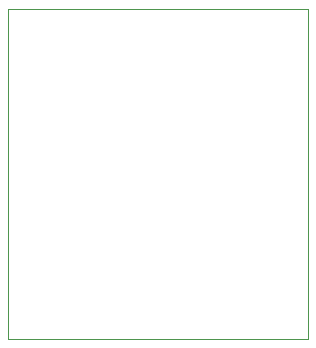
<source format=gbr>
%TF.GenerationSoftware,KiCad,Pcbnew,(6.0.11-0)*%
%TF.CreationDate,2023-02-17T15:46:41-08:00*%
%TF.ProjectId,lab4 exercise 2,6c616234-2065-4786-9572-636973652032,rev?*%
%TF.SameCoordinates,Original*%
%TF.FileFunction,Profile,NP*%
%FSLAX46Y46*%
G04 Gerber Fmt 4.6, Leading zero omitted, Abs format (unit mm)*
G04 Created by KiCad (PCBNEW (6.0.11-0)) date 2023-02-17 15:46:41*
%MOMM*%
%LPD*%
G01*
G04 APERTURE LIST*
%TA.AperFunction,Profile*%
%ADD10C,0.100000*%
%TD*%
G04 APERTURE END LIST*
D10*
X129540000Y-76200000D02*
X154940000Y-76200000D01*
X154940000Y-76200000D02*
X154940000Y-104140000D01*
X154940000Y-104140000D02*
X129540000Y-104140000D01*
X129540000Y-104140000D02*
X129540000Y-76200000D01*
M02*

</source>
